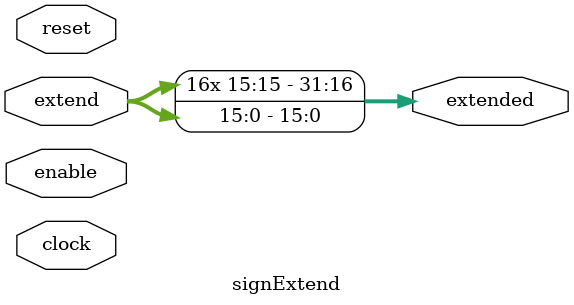
<source format=v>
module signExtend (
    input clock, reset, enable,
    input [15:0]extend,
    output reg [31:0]extended
    );
    
always @*
    begin
//		if(reset)
 //           extended <= 32'b0;
//        else
//            if(enable)
                extended <= {{16{extend[15]}},extend[15:0]};              
 //           else
//                extended <= extended;
    end

endmodule
</source>
